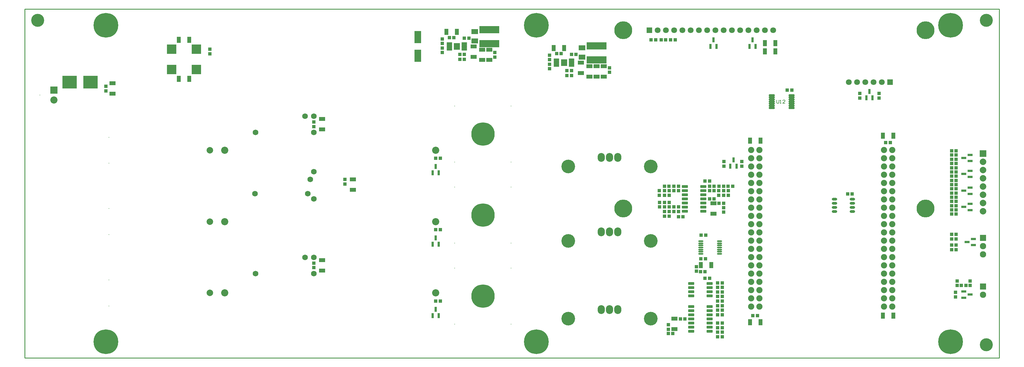
<source format=gts>
G04 Layer_Color=8388736*
%FSLAX43Y43*%
%MOMM*%
G71*
G01*
G75*
%ADD35C,0.254*%
%ADD36C,0.178*%
%ADD74R,2.903X2.903*%
%ADD75O,1.550X0.500*%
%ADD76R,6.203X2.203*%
%ADD77R,0.803X1.553*%
%ADD78O,1.653X0.853*%
%ADD79R,2.003X1.543*%
%ADD80R,1.003X1.103*%
G04:AMPARAMS|DCode=81|XSize=0.653mm|YSize=1.803mm|CornerRadius=0.151mm|HoleSize=0mm|Usage=FLASHONLY|Rotation=90.000|XOffset=0mm|YOffset=0mm|HoleType=Round|Shape=RoundedRectangle|*
%AMROUNDEDRECTD81*
21,1,0.653,1.501,0,0,90.0*
21,1,0.351,1.803,0,0,90.0*
1,1,0.302,0.750,0.175*
1,1,0.302,0.750,-0.175*
1,1,0.302,-0.750,-0.175*
1,1,0.302,-0.750,0.175*
%
%ADD81ROUNDEDRECTD81*%
%ADD82R,4.443X4.013*%
%ADD83R,2.003X3.753*%
%ADD84C,4.000*%
G04:AMPARAMS|DCode=85|XSize=0.853mm|YSize=1.853mm|CornerRadius=0.15mm|HoleSize=0mm|Usage=FLASHONLY|Rotation=270.000|XOffset=0mm|YOffset=0mm|HoleType=Round|Shape=RoundedRectangle|*
%AMROUNDEDRECTD85*
21,1,0.853,1.552,0,0,270.0*
21,1,0.552,1.853,0,0,270.0*
1,1,0.301,-0.776,-0.276*
1,1,0.301,-0.776,0.276*
1,1,0.301,0.776,0.276*
1,1,0.301,0.776,-0.276*
%
%ADD85ROUNDEDRECTD85*%
%ADD86R,1.903X1.203*%
%ADD87R,1.203X1.903*%
G04:AMPARAMS|DCode=88|XSize=0.503mm|YSize=1.753mm|CornerRadius=0.151mm|HoleSize=0mm|Usage=FLASHONLY|Rotation=90.000|XOffset=0mm|YOffset=0mm|HoleType=Round|Shape=RoundedRectangle|*
%AMROUNDEDRECTD88*
21,1,0.503,1.451,0,0,90.0*
21,1,0.201,1.753,0,0,90.0*
1,1,0.302,0.726,0.101*
1,1,0.302,0.726,-0.101*
1,1,0.302,-0.726,-0.101*
1,1,0.302,-0.726,0.101*
%
%ADD88ROUNDEDRECTD88*%
G04:AMPARAMS|DCode=89|XSize=1.933mm|YSize=2.103mm|CornerRadius=0.153mm|HoleSize=0mm|Usage=FLASHONLY|Rotation=0.000|XOffset=0mm|YOffset=0mm|HoleType=Round|Shape=RoundedRectangle|*
%AMROUNDEDRECTD89*
21,1,1.933,1.796,0,0,0.0*
21,1,1.626,2.103,0,0,0.0*
1,1,0.307,0.813,-0.898*
1,1,0.307,-0.813,-0.898*
1,1,0.307,-0.813,0.898*
1,1,0.307,0.813,0.898*
%
%ADD89ROUNDEDRECTD89*%
%ADD90R,1.103X1.003*%
%ADD91R,1.553X0.803*%
%ADD92O,2.203X2.703*%
%ADD93C,7.203*%
%ADD94C,0.203*%
%ADD95C,1.727*%
%ADD96C,2.203*%
%ADD97C,2.003*%
%ADD98R,0.203X0.203*%
%ADD99C,1.803*%
%ADD100R,1.803X1.803*%
%ADD101C,7.603*%
%ADD102C,5.503*%
%ADD103C,1.903*%
%ADD104C,1.953*%
%ADD105R,1.953X1.953*%
%ADD106C,4.203*%
%ADD107R,2.203X2.203*%
%ADD108R,0.203X0.203*%
%ADD109R,2.003X2.003*%
D35*
X0Y0D02*
Y107500D01*
X300000D01*
Y0D02*
Y107500D01*
X0Y0D02*
X300000D01*
D36*
X231476Y79508D02*
Y78661D01*
X231645Y78492D01*
X231984D01*
X232153Y78661D01*
Y79508D01*
X232492Y78492D02*
X232830D01*
X232661D01*
Y79508D01*
X232492Y79338D01*
X234015Y78492D02*
X233338D01*
X234015Y79169D01*
Y79338D01*
X233846Y79508D01*
X233507D01*
X233338Y79338D01*
D74*
X45190Y88890D02*
D03*
X52810D02*
D03*
Y95110D02*
D03*
X45190D02*
D03*
D75*
X208125Y35950D02*
D03*
Y35300D02*
D03*
Y34650D02*
D03*
Y34000D02*
D03*
Y33350D02*
D03*
Y32700D02*
D03*
Y32050D02*
D03*
X213875Y35950D02*
D03*
Y35300D02*
D03*
Y34650D02*
D03*
Y34000D02*
D03*
Y33350D02*
D03*
Y32700D02*
D03*
Y32050D02*
D03*
D76*
X143000Y96850D02*
D03*
Y101150D02*
D03*
X176000Y91850D02*
D03*
Y96150D02*
D03*
D77*
X125550Y57025D02*
D03*
X127450D02*
D03*
X126500Y58975D02*
D03*
X259050Y80125D02*
D03*
X260950D02*
D03*
X260000Y82075D02*
D03*
X211050Y96025D02*
D03*
X212950D02*
D03*
X212000Y97975D02*
D03*
X223050Y96025D02*
D03*
X224950D02*
D03*
X224000Y97975D02*
D03*
X217180Y59095D02*
D03*
X219080D02*
D03*
X218130Y61045D02*
D03*
X125550Y13025D02*
D03*
X127450D02*
D03*
X126500Y14975D02*
D03*
X125550Y35025D02*
D03*
X127450D02*
D03*
X126500Y36975D02*
D03*
D78*
X254725Y45095D02*
D03*
Y46365D02*
D03*
Y47635D02*
D03*
Y48905D02*
D03*
X249275Y45095D02*
D03*
Y46365D02*
D03*
Y47635D02*
D03*
Y48905D02*
D03*
D79*
X138500Y100530D02*
D03*
Y97670D02*
D03*
X171500Y95530D02*
D03*
Y92670D02*
D03*
D80*
X209400Y54500D02*
D03*
X210800D02*
D03*
X215100Y47600D02*
D03*
X213700D02*
D03*
X210800Y24500D02*
D03*
X209400D02*
D03*
X285300Y34800D02*
D03*
X286700D02*
D03*
Y36600D02*
D03*
X285300D02*
D03*
X286700Y33300D02*
D03*
X285300D02*
D03*
X286700Y38100D02*
D03*
X285300D02*
D03*
X288300Y22300D02*
D03*
X289700D02*
D03*
X285300Y44300D02*
D03*
X286700D02*
D03*
X285300Y48200D02*
D03*
X286700D02*
D03*
X285300Y49500D02*
D03*
X286700D02*
D03*
X285300Y53400D02*
D03*
X286700D02*
D03*
X285300Y54700D02*
D03*
X286700D02*
D03*
X285300Y58600D02*
D03*
X286700D02*
D03*
X285300Y59900D02*
D03*
X286700D02*
D03*
X285300Y63800D02*
D03*
X286700D02*
D03*
Y62500D02*
D03*
X285300D02*
D03*
X286700Y61200D02*
D03*
X285300D02*
D03*
X286700Y57300D02*
D03*
X285300D02*
D03*
X286700Y56000D02*
D03*
X285300D02*
D03*
X214700Y16100D02*
D03*
X213300D02*
D03*
Y13300D02*
D03*
X214700D02*
D03*
X214700Y21700D02*
D03*
X213300D02*
D03*
Y18900D02*
D03*
X214700D02*
D03*
X214700Y7900D02*
D03*
X213300D02*
D03*
Y10700D02*
D03*
X214700D02*
D03*
X203200Y12000D02*
D03*
X201800D02*
D03*
X208200Y37800D02*
D03*
X209600D02*
D03*
X196900Y52900D02*
D03*
X198300D02*
D03*
X215100D02*
D03*
X213700D02*
D03*
X208000Y26600D02*
D03*
X209400D02*
D03*
X208100Y30500D02*
D03*
X209500D02*
D03*
X210800Y49000D02*
D03*
X212200D02*
D03*
X225530Y12970D02*
D03*
X224130D02*
D03*
X265030Y66370D02*
D03*
X266430D02*
D03*
X254700Y50500D02*
D03*
X253300D02*
D03*
X168300Y93500D02*
D03*
X169700D02*
D03*
X163700Y93800D02*
D03*
X165100D02*
D03*
X135300Y98500D02*
D03*
X136700D02*
D03*
X132100Y98700D02*
D03*
X130700D02*
D03*
X192800Y98000D02*
D03*
X194200D02*
D03*
X236100Y82500D02*
D03*
X234700D02*
D03*
X198100Y7500D02*
D03*
X199500D02*
D03*
X214700Y17500D02*
D03*
X213300D02*
D03*
Y14700D02*
D03*
X214700D02*
D03*
X214700Y23100D02*
D03*
X213300D02*
D03*
Y20300D02*
D03*
X214700D02*
D03*
X214700Y6500D02*
D03*
X213300D02*
D03*
X213300Y9300D02*
D03*
X214700D02*
D03*
X199800Y45100D02*
D03*
X201200D02*
D03*
Y46500D02*
D03*
X199800D02*
D03*
X126500Y17500D02*
D03*
X127900D02*
D03*
X199800Y52900D02*
D03*
X201200D02*
D03*
Y51500D02*
D03*
X199800D02*
D03*
X126500Y39500D02*
D03*
X127900D02*
D03*
X216500Y52900D02*
D03*
X217900D02*
D03*
X212200D02*
D03*
X210800D02*
D03*
Y51500D02*
D03*
X212200D02*
D03*
X126500Y61500D02*
D03*
X127900D02*
D03*
X166900Y87000D02*
D03*
X168300D02*
D03*
Y88500D02*
D03*
X166900D02*
D03*
X133900Y92000D02*
D03*
X135300D02*
D03*
Y93500D02*
D03*
X133900D02*
D03*
X285300Y45600D02*
D03*
X286700D02*
D03*
X285300Y46900D02*
D03*
X286700D02*
D03*
X285300Y50800D02*
D03*
X286700D02*
D03*
X285300Y52100D02*
D03*
X286700D02*
D03*
X195900Y98000D02*
D03*
X197300D02*
D03*
X200200D02*
D03*
X198800D02*
D03*
X202600Y43500D02*
D03*
X201200D02*
D03*
D81*
X236050Y77050D02*
D03*
Y77700D02*
D03*
Y78350D02*
D03*
Y79000D02*
D03*
Y79650D02*
D03*
Y80300D02*
D03*
Y80950D02*
D03*
X229950Y77050D02*
D03*
Y77700D02*
D03*
Y78350D02*
D03*
Y79000D02*
D03*
Y79650D02*
D03*
Y80300D02*
D03*
Y80950D02*
D03*
D82*
X20185Y85000D02*
D03*
X13815D02*
D03*
D83*
X121000Y93125D02*
D03*
Y98875D02*
D03*
D84*
X296000Y4000D02*
D03*
X4000Y104000D02*
D03*
X296000D02*
D03*
D85*
X203175Y52810D02*
D03*
Y51540D02*
D03*
Y50270D02*
D03*
Y49000D02*
D03*
Y47730D02*
D03*
Y46460D02*
D03*
Y45190D02*
D03*
X208825Y52810D02*
D03*
Y51540D02*
D03*
Y50270D02*
D03*
Y49000D02*
D03*
Y47730D02*
D03*
Y46460D02*
D03*
Y45190D02*
D03*
X210825Y19095D02*
D03*
Y20365D02*
D03*
Y21635D02*
D03*
Y22905D02*
D03*
X205175Y19095D02*
D03*
Y20365D02*
D03*
Y21635D02*
D03*
Y22905D02*
D03*
X210825Y8190D02*
D03*
Y9460D02*
D03*
Y10730D02*
D03*
Y12000D02*
D03*
Y13270D02*
D03*
Y14540D02*
D03*
Y15810D02*
D03*
X205175Y8190D02*
D03*
Y9460D02*
D03*
Y10730D02*
D03*
Y12000D02*
D03*
Y13270D02*
D03*
Y14540D02*
D03*
Y15810D02*
D03*
D86*
X143000Y91800D02*
D03*
Y95000D02*
D03*
X200000Y12100D02*
D03*
Y8900D02*
D03*
X91500Y30100D02*
D03*
Y26900D02*
D03*
X101000Y51800D02*
D03*
Y55000D02*
D03*
X91500Y73600D02*
D03*
Y70400D02*
D03*
X212000Y44400D02*
D03*
Y47600D02*
D03*
X27000Y81400D02*
D03*
Y84600D02*
D03*
X173800Y86700D02*
D03*
Y89900D02*
D03*
X176000Y86700D02*
D03*
Y89900D02*
D03*
X178200Y86700D02*
D03*
Y89900D02*
D03*
X140800Y91800D02*
D03*
Y95000D02*
D03*
X171200Y87800D02*
D03*
Y91000D02*
D03*
X138200Y92800D02*
D03*
Y96000D02*
D03*
D87*
X227800Y97000D02*
D03*
X231000D02*
D03*
X211300Y28600D02*
D03*
X208100D02*
D03*
X223230Y10970D02*
D03*
X226430D02*
D03*
X267330Y68470D02*
D03*
X264130D02*
D03*
Y12970D02*
D03*
X267330D02*
D03*
X226430Y66970D02*
D03*
X223230D02*
D03*
X166000Y95500D02*
D03*
X162800D02*
D03*
X133000Y100500D02*
D03*
X129800D02*
D03*
X47400Y98000D02*
D03*
X50600D02*
D03*
X47400Y86000D02*
D03*
X50600D02*
D03*
X227800Y94500D02*
D03*
X231000D02*
D03*
D88*
X135325Y95000D02*
D03*
Y95500D02*
D03*
Y96000D02*
D03*
Y96500D02*
D03*
X130675Y95000D02*
D03*
Y95500D02*
D03*
Y96000D02*
D03*
Y96500D02*
D03*
Y97000D02*
D03*
X135325D02*
D03*
X168325Y90000D02*
D03*
Y90500D02*
D03*
Y91000D02*
D03*
Y91500D02*
D03*
X163675Y90000D02*
D03*
Y90500D02*
D03*
Y91000D02*
D03*
Y91500D02*
D03*
Y92000D02*
D03*
X168325D02*
D03*
D89*
X133000Y96000D02*
D03*
X166000Y91000D02*
D03*
D90*
X286500Y18800D02*
D03*
Y20200D02*
D03*
X287000Y23700D02*
D03*
Y22300D02*
D03*
X291000Y23700D02*
D03*
Y22300D02*
D03*
X198100Y8800D02*
D03*
Y10200D02*
D03*
X198400Y45100D02*
D03*
Y43700D02*
D03*
Y47900D02*
D03*
Y46500D02*
D03*
X89000Y27800D02*
D03*
Y29200D02*
D03*
X198400Y50100D02*
D03*
Y51500D02*
D03*
X98500Y55000D02*
D03*
Y53600D02*
D03*
X213600Y50100D02*
D03*
Y51500D02*
D03*
X89000Y71300D02*
D03*
Y72700D02*
D03*
X215100Y46300D02*
D03*
Y44900D02*
D03*
X215230Y59070D02*
D03*
Y60470D02*
D03*
X220730Y59070D02*
D03*
Y60470D02*
D03*
X25000Y83700D02*
D03*
Y82300D02*
D03*
X57000Y95100D02*
D03*
Y93700D02*
D03*
X180000Y89400D02*
D03*
Y88000D02*
D03*
X161500Y90500D02*
D03*
Y89100D02*
D03*
X144700Y92700D02*
D03*
Y94100D02*
D03*
X128500Y94100D02*
D03*
Y95500D02*
D03*
X206700Y26700D02*
D03*
Y28100D02*
D03*
X196900Y45100D02*
D03*
Y43700D02*
D03*
Y47900D02*
D03*
Y46500D02*
D03*
X195300Y51500D02*
D03*
Y50100D02*
D03*
X196900D02*
D03*
Y51500D02*
D03*
X215100Y50100D02*
D03*
Y51500D02*
D03*
X161500Y91900D02*
D03*
Y93300D02*
D03*
X128500Y96900D02*
D03*
Y98300D02*
D03*
X263000Y80100D02*
D03*
Y81500D02*
D03*
X257000Y80100D02*
D03*
Y81500D02*
D03*
X195400Y46500D02*
D03*
Y47900D02*
D03*
X216600Y51500D02*
D03*
Y50100D02*
D03*
D91*
X290975Y19500D02*
D03*
X289025Y18550D02*
D03*
Y20450D02*
D03*
X290025Y35700D02*
D03*
X291975Y36650D02*
D03*
Y34750D02*
D03*
X290975Y45550D02*
D03*
Y47450D02*
D03*
X289025Y46500D02*
D03*
X290975Y50550D02*
D03*
Y52450D02*
D03*
X289025Y51500D02*
D03*
X290975Y55750D02*
D03*
Y57650D02*
D03*
X289025Y56700D02*
D03*
X290975Y60650D02*
D03*
Y62550D02*
D03*
X289025Y61600D02*
D03*
D92*
X182550Y61800D02*
D03*
X180000D02*
D03*
X177450D02*
D03*
X182550Y14900D02*
D03*
X180000D02*
D03*
X177450D02*
D03*
X182550Y38800D02*
D03*
X180000D02*
D03*
X177450D02*
D03*
D93*
X141000Y44000D02*
D03*
Y69000D02*
D03*
Y19000D02*
D03*
D94*
X132350Y35350D02*
D03*
X149650Y52650D02*
D03*
Y35350D02*
D03*
X132350Y52650D02*
D03*
Y77650D02*
D03*
X149650Y60350D02*
D03*
Y77650D02*
D03*
X132350Y60350D02*
D03*
Y27650D02*
D03*
X149650Y10350D02*
D03*
Y27650D02*
D03*
X132350Y10350D02*
D03*
D95*
X86250Y74500D02*
D03*
X89000Y69500D02*
D03*
Y74500D02*
D03*
X71000Y69500D02*
D03*
X70890Y50570D02*
D03*
X89000Y57380D02*
D03*
X87120Y50570D02*
D03*
X87880Y54970D02*
D03*
X89000Y49000D02*
D03*
X71000Y26000D02*
D03*
X89000Y31000D02*
D03*
Y26000D02*
D03*
X86250Y31000D02*
D03*
D96*
X126500Y64000D02*
D03*
X61500D02*
D03*
X9000Y79500D02*
D03*
X126500Y20000D02*
D03*
X61500D02*
D03*
X126500Y42000D02*
D03*
X61500D02*
D03*
D97*
X57000Y64000D02*
D03*
X295000Y60460D02*
D03*
Y57920D02*
D03*
Y55380D02*
D03*
Y52840D02*
D03*
Y50300D02*
D03*
Y47760D02*
D03*
Y45220D02*
D03*
X57000Y20000D02*
D03*
Y42000D02*
D03*
D98*
X25925Y68000D02*
D03*
Y60000D02*
D03*
Y24000D02*
D03*
Y16000D02*
D03*
Y46000D02*
D03*
Y38000D02*
D03*
D99*
X256190Y85000D02*
D03*
X261270D02*
D03*
X263810D02*
D03*
X258730D02*
D03*
X253650D02*
D03*
X230350Y101000D02*
D03*
X225270D02*
D03*
X220190D02*
D03*
X217650D02*
D03*
X212570D02*
D03*
X207490D02*
D03*
X202410D02*
D03*
X197330D02*
D03*
X194790D02*
D03*
X199870D02*
D03*
X204950D02*
D03*
X210030D02*
D03*
X215110D02*
D03*
X222730D02*
D03*
X227810D02*
D03*
D100*
X266350Y85000D02*
D03*
X192250Y101000D02*
D03*
D101*
X25000Y102500D02*
D03*
Y5000D02*
D03*
X157500Y5000D02*
D03*
X285000Y5000D02*
D03*
Y102500D02*
D03*
X157500D02*
D03*
D102*
X184250Y101000D02*
D03*
Y46000D02*
D03*
X277270D02*
D03*
X277250Y101000D02*
D03*
D103*
X264460Y64100D02*
D03*
Y61560D02*
D03*
Y59020D02*
D03*
Y56480D02*
D03*
Y53940D02*
D03*
Y51400D02*
D03*
Y48860D02*
D03*
Y46320D02*
D03*
Y43780D02*
D03*
Y41240D02*
D03*
Y38700D02*
D03*
Y36160D02*
D03*
Y33620D02*
D03*
Y31080D02*
D03*
Y28540D02*
D03*
Y26000D02*
D03*
Y23460D02*
D03*
Y20920D02*
D03*
Y18380D02*
D03*
Y15840D02*
D03*
X267000Y64100D02*
D03*
Y61560D02*
D03*
Y59020D02*
D03*
Y56480D02*
D03*
Y53940D02*
D03*
Y51400D02*
D03*
Y48860D02*
D03*
Y46320D02*
D03*
Y43780D02*
D03*
Y41240D02*
D03*
Y38700D02*
D03*
Y36160D02*
D03*
Y33620D02*
D03*
Y31080D02*
D03*
Y28540D02*
D03*
Y26000D02*
D03*
Y23460D02*
D03*
Y20920D02*
D03*
Y18380D02*
D03*
Y15840D02*
D03*
X226100D02*
D03*
Y18380D02*
D03*
Y20920D02*
D03*
Y23460D02*
D03*
Y26000D02*
D03*
Y28540D02*
D03*
Y31080D02*
D03*
Y33620D02*
D03*
Y36160D02*
D03*
Y38700D02*
D03*
Y41240D02*
D03*
Y43780D02*
D03*
Y46320D02*
D03*
Y48860D02*
D03*
Y51400D02*
D03*
Y53940D02*
D03*
Y56480D02*
D03*
Y59020D02*
D03*
Y61560D02*
D03*
Y64100D02*
D03*
X223560Y15840D02*
D03*
Y18380D02*
D03*
Y20920D02*
D03*
Y23460D02*
D03*
Y26000D02*
D03*
Y28540D02*
D03*
Y31080D02*
D03*
Y33620D02*
D03*
Y36160D02*
D03*
Y38700D02*
D03*
Y41240D02*
D03*
Y43780D02*
D03*
Y46320D02*
D03*
Y48860D02*
D03*
Y51400D02*
D03*
Y53940D02*
D03*
Y56480D02*
D03*
Y59020D02*
D03*
Y61560D02*
D03*
Y64100D02*
D03*
D104*
X295000Y31920D02*
D03*
Y34460D02*
D03*
Y19460D02*
D03*
D105*
Y37000D02*
D03*
Y22000D02*
D03*
D106*
X192700Y12100D02*
D03*
X167300D02*
D03*
X192700Y59000D02*
D03*
X167300D02*
D03*
X192700Y36000D02*
D03*
X167300D02*
D03*
D107*
X9000Y82500D02*
D03*
D108*
X4680Y81000D02*
D03*
D109*
X295000Y63000D02*
D03*
M02*

</source>
